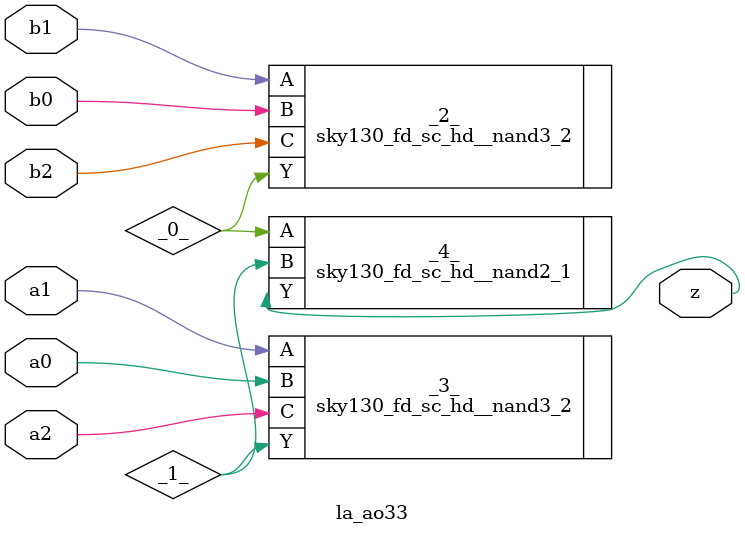
<source format=v>
/* Generated by Yosys 0.37 (git sha1 a5c7f69ed, clang 14.0.0-1ubuntu1.1 -fPIC -Os) */

module la_ao33(a0, a1, a2, b0, b1, b2, z);
  wire _0_;
  wire _1_;
  input a0;
  wire a0;
  input a1;
  wire a1;
  input a2;
  wire a2;
  input b0;
  wire b0;
  input b1;
  wire b1;
  input b2;
  wire b2;
  output z;
  wire z;
  sky130_fd_sc_hd__nand3_2 _2_ (
    .A(b1),
    .B(b0),
    .C(b2),
    .Y(_0_)
  );
  sky130_fd_sc_hd__nand3_2 _3_ (
    .A(a1),
    .B(a0),
    .C(a2),
    .Y(_1_)
  );
  sky130_fd_sc_hd__nand2_1 _4_ (
    .A(_0_),
    .B(_1_),
    .Y(z)
  );
endmodule

</source>
